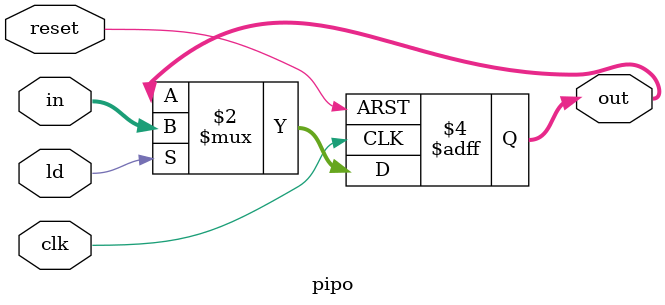
<source format=v>
`timescale 1ns / 1ps


module pipo(output reg [32:0] out,input [32:0] in, input ld,clk,reset);
always @(posedge clk, posedge reset)
begin
    if(reset)
        out <= 0;
    else if(ld)
        out <= in;
end
endmodule
</source>
